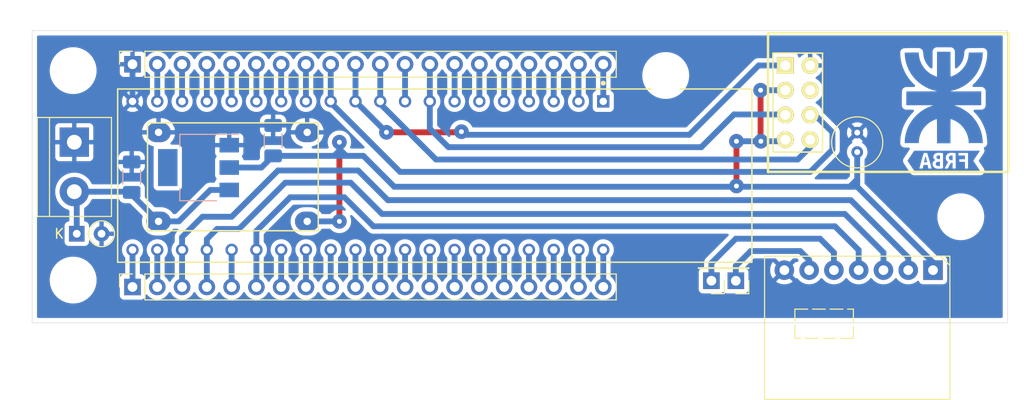
<source format=kicad_pcb>
(kicad_pcb (version 20241229) (generator "pcbnew") (generator_version "9.0")
  (layers (0 "F.Cu" signal) (2 "B.Cu" signal) (13 "F.Paste" user) (15 "B.Paste" user) (5 "F.SilkS" user "F.Silkscreen") (7 "B.SilkS" user "B.Silkscreen") (1 "F.Mask" user) (3 "B.Mask" user) (25 "Edge.Cuts" user))
  (net 0 "")
  (net 1 "/PRG_MODE")
  (net 2 "/~{INT}")
  (net 3 "/RST")
  (net 4 "/VDD")
  (net 5 "/I2C_SCL")
  (net 6 "GND")
  (net 7 "/I2C_SDA")
  (net 8 "Net-(D1-K)")
  (net 9 "Net-(U1-IRD)")
  (net 10 "Net-(U1-RD)")
  (net 11 "+3V3")
  (net 13 "/PIO0_22")
  (net 14 "/PIO0_9b")
  (net 15 "/PIO0_12")
  (net 16 "/LED_G")
  (net 17 "/PIO0_5b")
  (net 18 "/PIO0_3")
  (net 19 "/PIO0_14")
  (net 20 "/LED_B")
  (net 21 "/PIO0_0")
  (net 22 "/PIO0_7")
  (net 23 "/PIO0_2")
  (net 24 "/PIO0_4")
  (net 25 "/LED_R")
  (net 26 "/PIO0_15")
  (net 27 "/PIO0_6")
  (net 28 "/PIO0_1")
  (net 29 "/PIO0_9")
  (net 30 "/PIO0_8")
  (net 31 "/PIO0_8b")
  (net 32 "/PIO0_5")
  (net 33 "/PIO0_16")
  (net 34 "/PIO0_27")
  (net 35 "/PIO0_31")
  (net 36 "/PIO0_28")
  (net 37 "/PIO0_24")
  (net 38 "/PIO0_17")
  (net 39 "/PIO0_19")
  (net 40 "/PIO0_20")
  (net 41 "/PIO0_18")
  (net 42 "/PIO0_25")
  (net 43 "/PIO0_30")
  (net 44 "/PIO0_21")
  (net 45 "/PIO0_29")
  (footprint "MountingHole:MountingHole_4mm" (layer "F.Cu") (at 163.25 62.75)
    (property "Reference" "H3" (hide yes))
    (property "Value" "MountingHole" (hide yes))
  )
  (footprint "My_Library:Mini360_step-down" (layer "F.Cu") (at 118.872 73.154)
    (property "Reference" "U3" (hide yes))
    (property "Value" "Mini360")
  )
  (footprint "MountingHole:MountingHole_4mm" (layer "F.Cu") (at 102.5 83.75)
    (property "Reference" "H2" (hide yes))
    (property "Value" "MountingHole" (hide yes))
  )
  (footprint "MountingHole:MountingHole_4mm" (layer "F.Cu") (at 193.5 77.25)
    (property "Reference" "H4" (hide yes))
    (property "Value" "MountingHole" (hide yes))
  )
  (footprint "My_Library:MAX30102-BRK" (layer "F.Cu") (at 182.88 82.296 180)
    (property "Reference" "U1" (hide yes))
    (property "Value" "MAX30102-BRK")
  )
  (footprint "ESP8266:ESP-01" (layer "F.Cu") (at 175.514 61.722)
    (property "Reference" "U2" (hide yes))
    (property "Value" "ESP-01v090" (hide yes))
  )
  (footprint "Connector_PinHeader_2.54mm:PinHeader_1x01_P2.54mm_Vertical" (layer "F.Cu") (at 167.931411 83.815006 180)
    (property "Reference" "TP1" (hide yes))
    (property "Value" "TestPoint")
  )
  (footprint "MountingHole:MountingHole_4mm" (layer "F.Cu") (at 102.5 62.25)
    (property "Reference" "H1" (hide yes))
    (property "Value" "MountingHole" (hide yes))
  )
  (footprint "Connector_PinSocket_2.54mm:PinSocket_1x20_P2.54mm_Vertical" (layer "F.Cu") (at 108.585 61.595 90)
    (property "Reference" "J7" (hide yes))
    (property "Value" "Conn_01x20_Socket" (hide yes))
  )
  (footprint "Capacitor_THT:C_Radial_D5.0mm_H7.0mm_P2.00mm" (layer "F.Cu") (at 182.88 70.612 90)
    (property "Reference" "C3" (hide yes))
    (property "Value" "C")
  )
  (footprint "Connector_PinHeader_2.54mm:PinHeader_1x01_P2.54mm_Vertical" (layer "F.Cu") (at 170.434 83.82 180)
    (property "Reference" "TP2" (hide yes))
    (property "Value" "TestPoint" (hide yes))
  )
  (footprint "Connector_PinSocket_2.54mm:PinSocket_1x20_P2.54mm_Vertical" (layer "F.Cu") (at 108.585 84.455 90)
    (property "Reference" "J9" (hide yes))
    (property "Value" "Conn_01x20_Socket" (hide yes))
  )
  (footprint "LOGO" (layer "F.Cu") (at 191.75 65)
    (property "Reference" "G***" (hide yes))
    (property "Value" "LOGO" (hide yes))
  )
  (footprint "Diode_THT:D_DO-35_SOD27_P2.54mm_Vertical_KathodeUp" (layer "F.Cu") (at 102.87 78.994)
    (property "Reference" "D1" (hide yes))
    (property "Value" "D")
  )
  (footprint "TerminalBlock:TerminalBlock_bornier-2_P5.08mm" (layer "F.Cu") (at 102.616 69.596001 -90)
    (property "Reference" "J1" (hide yes))
    (property "Value" "VIN")
  )
  (footprint "My_Library:NXP_Semiconductors-LPC845-BRK-MFG" (layer "F.Cu") (at 139.7 73.025 -90)
    (property "Reference" "MD1" (hide yes))
    (property "Value" "LPC845-BRK")
  )
  (footprint "kibuzzard-67073386" (layer "B.Cu") (at 191.75 71.5 180)
    (property "Reference" "kibuzzard-67073386" (hide yes))
    (property "Value" "G***" (hide yes))
  )
  (footprint "Capacitor_SMD:C_1206_3216Metric_Pad1.33x1.80mm_HandSolder" (layer "B.Cu") (at 108.5 73.1875 90)
    (property "Reference" "C1" (hide yes))
    (property "Value" "C")
  )
  (footprint "Package_TO_SOT_SMD:SOT-223-3_TabPin2" (layer "B.Cu") (at 115.35 72.2 180)
    (property "Reference" "U4" (hide yes))
    (property "Value" "AMS1117-3.3")
  )
  (footprint "Capacitor_SMD:C_1206_3216Metric_Pad1.33x1.80mm_HandSolder" (layer "B.Cu") (at 123 69.4375 90)
    (property "Reference" "C2" (hide yes))
    (property "Value" "C")
  )
  (gr_rect (start 98.296 58.138) (end 198.296 88.138) (stroke (width 0.05)) (fill no) (layer "Edge.Cuts"))
  (segment (start 128.905 65.536) (end 136.013 72.644) (width 0.6) (layer "B.Cu") (net 1))
  (segment (start 128.905 61.595) (end 128.905 65.405) (width 0.6) (layer "B.Cu") (net 1))
  (segment (start 136.013 72.644) (end 178.054 72.644) (width 0.6) (layer "B.Cu") (net 1))
  (segment (start 180.34 68.58) (end 178.562 66.802) (width 0.6) (layer "B.Cu") (net 1))
  (segment (start 128.905 65.405) (end 128.905 65.536) (width 0.6) (layer "B.Cu") (net 1))
  (segment (start 178.054 72.644) (end 180.34 70.358) (width 0.6) (layer "B.Cu") (net 1))
  (segment (start 180.34 70.358) (end 180.34 68.58) (width 0.6) (layer "B.Cu") (net 1))
  (segment (start 178.562 66.802) (end 178.054 66.802) (width 0.6) (layer "B.Cu") (net 1))
  (segment (start 121.285 84.455) (end 121.285 80.645) (width 0.6) (layer "B.Cu") (net 2))
  (segment (start 121.285 80.645) (end 121.285 78.715) (width 0.6) (layer "B.Cu") (net 2))
  (segment (start 121.285 78.715) (end 124.75 75.25) (width 0.6) (layer "B.Cu") (net 2))
  (segment (start 124.75 75.25) (end 130.305 75.25) (width 0.6) (layer "B.Cu") (net 2))
  (segment (start 133.287 78.232) (end 180.594 78.232) (width 0.6) (layer "B.Cu") (net 2))
  (segment (start 180.594 78.232) (end 183.03 80.668) (width 0.6) (layer "B.Cu") (net 2))
  (segment (start 183.03 80.668) (end 183.03 82.730601) (width 0.6) (layer "B.Cu") (net 2))
  (segment (start 130.305 75.25) (end 133.287 78.232) (width 0.6) (layer "B.Cu") (net 2))
  (segment (start 170.25 66.75) (end 175.462001 66.75) (width 0.6) (layer "B.Cu") (net 3))
  (segment (start 139.065 68.199) (end 140.97 70.104) (width 0.6) (layer "B.Cu") (net 3))
  (segment (start 175.462001 66.75) (end 175.514 66.801999) (width 0.6) (layer "B.Cu") (net 3))
  (segment (start 139.065 65.405) (end 139.065 68.199) (width 0.6) (layer "B.Cu") (net 3))
  (segment (start 166.896 70.104) (end 170.25 66.75) (width 0.6) (layer "B.Cu") (net 3))
  (segment (start 139.065 61.595) (end 139.065 65.405) (width 0.6) (layer "B.Cu") (net 3))
  (segment (start 140.97 70.104) (end 166.896 70.104) (width 0.6) (layer "B.Cu") (net 3))
  (segment (start 156.845 80.645) (end 156.845 84.455) (width 0.6) (layer "B.Cu") (net 4))
  (segment (start 118.75 77.25) (end 123.5 72.5) (width 0.6) (layer "B.Cu") (net 5))
  (segment (start 123.5 72.5) (end 131.714 72.5) (width 0.6) (layer "B.Cu") (net 5))
  (segment (start 131.714 72.5) (end 134.758 75.544) (width 0.6) (layer "B.Cu") (net 5))
  (segment (start 113.665 80.645) (end 113.665 79.335) (width 0.6) (layer "B.Cu") (net 5))
  (segment (start 188.11 81.43) (end 188.11 82.7306) (width 0.6) (layer "B.Cu") (net 5))
  (segment (start 115.75 77.25) (end 118.75 77.25) (width 0.6) (layer "B.Cu") (net 5))
  (segment (start 113.665 84.454999) (end 113.664999 84.455) (width 0.6) (layer "B.Cu") (net 5))
  (segment (start 182.224 75.544) (end 188.11 81.43) (width 0.6) (layer "B.Cu") (net 5))
  (segment (start 134.758 75.544) (end 182.224 75.544) (width 0.6) (layer "B.Cu") (net 5))
  (segment (start 113.665 79.335) (end 115.75 77.25) (width 0.6) (layer "B.Cu") (net 5))
  (segment (start 113.665 80.645) (end 113.665 84.454999) (width 0.6) (layer "B.Cu") (net 5))
  (segment (start 108.585 61.595) (end 108.585 65.405) (width 0.6) (layer "B.Cu") (net 6))
  (segment (start 119.5 78.5) (end 124.25 73.75) (width 0.6) (layer "B.Cu") (net 7))
  (segment (start 116.205 80.645) (end 116.205 84.455) (width 0.6) (layer "B.Cu") (net 7))
  (segment (start 124.25 73.75) (end 130.948 73.75) (width 0.6) (layer "B.Cu") (net 7))
  (segment (start 181.61 76.962) (end 185.57 80.922) (width 0.6) (layer "B.Cu") (net 7))
  (segment (start 185.57 80.922) (end 185.57 82.7306) (width 0.6) (layer "B.Cu") (net 7))
  (segment (start 130.948 73.75) (end 134.16 76.962) (width 0.6) (layer "B.Cu") (net 7))
  (segment (start 116.205 80.645) (end 116.205 79.545) (width 0.6) (layer "B.Cu") (net 7))
  (segment (start 134.16 76.962) (end 181.61 76.962) (width 0.6) (layer "B.Cu") (net 7))
  (segment (start 117.25 78.5) (end 119.5 78.5) (width 0.6) (layer "B.Cu") (net 7))
  (segment (start 116.205 79.545) (end 117.25 78.5) (width 0.6) (layer "B.Cu") (net 7))
  (segment (start 111.252 77.724) (end 110.744 77.216) (width 0.6) (layer "B.Cu") (net 8))
  (segment (start 111.252 77.724) (end 108.204 74.676) (width 0.6) (layer "B.Cu") (net 8))
  (segment (start 113.3325 77.724) (end 111.252 77.724) (width 0.6) (layer "B.Cu") (net 8))
  (segment (start 118.5 74.5) (end 116.5565 74.5) (width 0.6) (layer "B.Cu") (net 8))
  (segment (start 102.87 74.93) (end 102.616 74.676) (width 0.6) (layer "B.Cu") (net 8))
  (segment (start 108.204 74.676) (end 102.616 74.676) (width 0.6) (layer "B.Cu") (net 8))
  (segment (start 116.5565 74.5) (end 113.3325 77.724) (width 0.6) (layer "B.Cu") (net 8))
  (segment (start 102.87 78.994) (end 102.87 74.93) (width 0.6) (layer "B.Cu") (net 8))
  (segment (start 180.49 80.922) (end 180.49 82.7306) (width 0.6) (layer "B.Cu") (net 9))
  (segment (start 167.931411 83.815006) (end 167.931411 82.004589) (width 0.6) (layer "B.Cu") (net 9))
  (segment (start 170.434 79.502) (end 179.07 79.502) (width 0.6) (layer "B.Cu") (net 9))
  (segment (start 167.931411 82.004589) (end 170.434 79.502) (width 0.6) (layer "B.Cu") (net 9))
  (segment (start 179.07 79.502) (end 180.49 80.922) (width 0.6) (layer "B.Cu") (net 9))
  (segment (start 177.038 80.772) (end 171.958 80.772) (width 0.6) (layer "B.Cu") (net 10))
  (segment (start 170.434 82.296) (end 170.434 83.82) (width 0.6) (layer "B.Cu") (net 10))
  (segment (start 177.95 82.7306) (end 177.95 81.684) (width 0.6) (layer "B.Cu") (net 10))
  (segment (start 171.958 80.772) (end 170.434 82.296) (width 0.6) (layer "B.Cu") (net 10))
  (segment (start 177.95 81.684) (end 177.038 80.772) (width 0.6) (layer "B.Cu") (net 10))
  (segment (start 170.5 69.5) (end 170.5 74.094) (width 0.6) (layer "F.Cu") (net 11))
  (segment (start 129.794 77.724) (end 129.794 69.596) (width 0.6) (layer "F.Cu") (net 11))
  (segment (start 172.974 64.262) (end 172.974 69.474) (width 0.6) (layer "F.Cu") (net 11))
  (segment (start 172.974 69.474) (end 173 69.5) (width 0.6) (layer "F.Cu") (net 11))
  (via (at 129.794 77.724) (size 1.5) (drill 0.5) (layers "F.Cu" "B.Cu") (net 11))
  (via (at 129.794 69.596) (size 1.5) (drill 0.5) (layers "F.Cu" "B.Cu") (net 11))
  (via (at 172.974 64.262) (size 1.5) (drill 0.5) (layers "F.Cu" "B.Cu") (net 11))
  (via (at 170.5 69.5) (size 1.5) (drill 0.5) (layers "F.Cu" "B.Cu") (net 11))
  (via (at 173 69.5) (size 1.5) (drill 0.5) (layers "F.Cu" "B.Cu") (net 11))
  (via (at 170.5 74.094) (size 1.5) (drill 0.5) (layers "F.Cu" "B.Cu") (net 11))
  (segment (start 182.88 74.168) (end 190.65 81.938) (width 0.6) (layer "B.Cu") (net 11))
  (segment (start 173 69.5) (end 175.356 69.5) (width 0.6) (layer "B.Cu") (net 11))
  (segment (start 170.5 69.5) (end 173 69.5) (width 0.6) (layer "B.Cu") (net 11))
  (segment (start 182.88 73.406) (end 182.88 74.168) (width 0.6) (layer "B.Cu") (net 11))
  (segment (start 126.492 77.724) (end 129.794 77.724) (width 0.6) (layer "B.Cu") (net 11))
  (segment (start 182.88 70.612) (end 182.88 73.406) (width 0.6) (layer "B.Cu") (net 11))
  (segment (start 190.65 81.938) (end 190.65 82.7306) (width 0.6) (layer "B.Cu") (net 11))
  (segment (start 129.794 69.596) (end 129.794 70.456) (width 0.6) (layer "B.Cu") (net 11))
  (segment (start 129.794 69.596) (end 129.794 70.294) (width 0.6) (layer "B.Cu") (net 11))
  (segment (start 182.118 74.168) (end 182.88 74.168) (width 0.6) (layer "B.Cu") (net 11))
  (segment (start 175.514 64.262) (end 172.974 64.262) (width 0.6) (layer "B.Cu") (net 11))
  (segment (start 129.794 70.456) (end 129.25 71) (width 0.6) (layer "B.Cu") (net 11))
  (segment (start 135.418 74.168) (end 132.25 71) (width 0.6) (layer "B.Cu") (net 11))
  (segment (start 129.25 71) (end 123 71) (width 0.6) (layer "B.Cu") (net 11))
  (segment (start 130.5 71) (end 130.25 71) (width 0.6) (layer "B.Cu") (net 11))
  (segment (start 121.8 72.2) (end 123 71) (width 0.6) (layer "B.Cu") (net 11))
  (segment (start 182.118 74.168) (end 135.418 74.168) (width 0.6) (layer "B.Cu") (net 11))
  (segment (start 182.118 74.168) (end 182.88 73.406) (width 0.6) (layer "B.Cu") (net 11))
  (segment (start 129.794 70.294) (end 130.5 71) (width 0.6) (layer "B.Cu") (net 11))
  (segment (start 132.25 71) (end 130.5 71) (width 0.6) (layer "B.Cu") (net 11))
  (segment (start 118.499999 72.2) (end 121.8 72.2) (width 0.6) (layer "B.Cu") (net 11))
  (segment (start 175.356 69.5) (end 175.514 69.342) (width 0.6) (layer "B.Cu") (net 11))
  (segment (start 130.25 71) (end 129.25 71) (width 0.6) (layer "B.Cu") (net 11))
  (segment (start 141.605 61.595) (end 141.605 65.405) (width 0.6) (layer "B.Cu") (net 13))
  (segment (start 111.125 80.645) (end 111.125 84.455) (width 0.6) (layer "B.Cu") (net 14))
  (segment (start 118.745 80.645) (end 118.745 84.455) (width 0.6) (layer "B.Cu") (net 15))
  (segment (start 133.985 80.645) (end 133.985 84.455) (width 0.6) (layer "B.Cu") (net 16))
  (segment (start 141.605 84.454999) (end 141.605001 84.455) (width 0.6) (layer "B.Cu") (net 17))
  (segment (start 141.605 80.645) (end 141.605 84.454999) (width 0.6) (layer "B.Cu") (net 17))
  (segment (start 146.685 80.645) (end 146.685 84.455) (width 0.6) (layer "B.Cu") (net 18))
  (segment (start 123.825 80.645) (end 123.825 84.455) (width 0.6) (layer "B.Cu") (net 19))
  (segment (start 131.445 80.645) (end 131.445 84.455) (width 0.6) (layer "B.Cu") (net 20))
  (segment (start 154.305 80.645) (end 154.305 84.455) (width 0.6) (layer "B.Cu") (net 21))
  (segment (start 136.525 80.645) (end 136.525 84.455) (width 0.6) (layer "B.Cu") (net 22))
  (segment (start 149.225 80.645) (end 149.225 84.455) (width 0.6) (layer "B.Cu") (net 23))
  (segment (start 144.145 80.645) (end 144.145 84.455) (width 0.6) (layer "B.Cu") (net 24))
  (segment (start 128.905 80.645) (end 128.905 84.454999) (width 0.6) (layer "B.Cu") (net 25))
  (segment (start 128.905 84.454999) (end 128.904999 84.455) (width 0.6) (layer "B.Cu") (net 25))
  (segment (start 126.365 80.645) (end 126.365 84.455) (width 0.6) (layer "B.Cu") (net 26))
  (segment (start 139.065 80.645) (end 139.065 84.455) (width 0.6) (layer "B.Cu") (net 27))
  (segment (start 151.765 84.454999) (end 151.764999 84.455) (width 0.6) (layer "B.Cu") (net 28))
  (segment (start 151.765 80.645) (end 151.765 84.454999) (width 0.6) (layer "B.Cu") (net 28))
  (segment (start 113.664999 65.404999) (end 113.665 65.405) (width 0.6) (layer "B.Cu") (net 29))
  (segment (start 113.664999 61.595) (end 113.664999 65.404999) (width 0.6) (layer "B.Cu") (net 29))
  (segment (start 111.125 61.595) (end 111.125 65.405) (width 0.6) (layer "B.Cu") (net 30))
  (segment (start 108.585 80.645) (end 108.585 84.455) (width 0.6) (layer "B.Cu") (net 31))
  (segment (start 136.524999 65.404999) (end 136.525 65.405) (width 0.6) (layer "B.Cu") (net 32))
  (segment (start 136.524999 61.595) (end 136.524999 65.404999) (width 0.6) (layer "B.Cu") (net 32))
  (segment (start 156.845 61.595) (end 156.845 65.405) (width 0.6) (layer "B.Cu") (net 33))
  (segment (start 126.365001 61.595) (end 126.365001 65.404999) (width 0.6) (layer "B.Cu") (net 34))
  (segment (start 126.365001 65.404999) (end 126.365 65.405) (width 0.6) (layer "B.Cu") (net 34))
  (segment (start 116.205 61.595) (end 116.205 65.405) (width 0.6) (layer "B.Cu") (net 35))
  (segment (start 123.825 61.595) (end 123.825 65.405) (width 0.6) (layer "B.Cu") (net 36))
  (segment (start 178.054 70.104) (end 176.784 71.374) (width 0.6) (layer "B.Cu") (net 37))
  (segment (start 133.985 65.659) (end 133.985 65.405) (width 0.6) (layer "B.Cu") (net 37))
  (segment (start 176.784 71.374) (end 139.7 71.374) (width 0.6) (layer "B.Cu") (net 37))
  (segment (start 178.054 69.342) (end 178.054 70.104) (width 0.6) (layer "B.Cu") (net 37))
  (segment (start 133.985 61.595) (end 133.985 65.405) (width 0.6) (layer "B.Cu") (net 37))
  (segment (start 139.7 71.374) (end 133.985 65.659) (width 0.6) (layer "B.Cu") (net 37))
  (segment (start 154.305 65.405) (end 154.305 61.595) (width 0.6) (layer "B.Cu") (net 38))
  (segment (start 149.225001 61.595) (end 149.225001 65.404999) (width 0.6) (layer "B.Cu") (net 39))
  (segment (start 149.225001 65.404999) (end 149.225 65.405) (width 0.6) (layer "B.Cu") (net 39))
  (segment (start 146.685 65.405) (end 146.685 61.595001) (width 0.6) (layer "B.Cu") (net 40))
  (segment (start 146.685 61.595001) (end 146.684999 61.595) (width 0.6) (layer "B.Cu") (net 40))
  (segment (start 151.765 61.595) (end 151.765 65.405) (width 0.6) (layer "B.Cu") (net 41))
  (segment (start 134.62 68.58) (end 142.24 68.58) (width 0.6) (layer "F.Cu") (net 42))
  (segment (start 142.24 68.58) (end 142.3035 68.5165) (width 0.6) (layer "F.Cu") (net 42))
  (via (at 134.62 68.58) (size 1.5) (drill 0.5) (layers "F.Cu" "B.Cu") (net 42))
  (via (at 142.3035 68.5165) (size 1.5) (drill 0.5) (layers "F.Cu" "B.Cu") (net 42))
  (segment (start 142.3035 68.5165) (end 142.621 68.834) (width 0.6) (layer "B.Cu") (net 42))
  (segment (start 172.778 61.722) (end 175.514 61.722) (width 0.6) (layer "B.Cu") (net 42))
  (segment (start 131.445 61.595) (end 131.445 65.405) (width 0.6) (layer "B.Cu") (net 42))
  (segment (start 134.62 68.58) (end 131.445 65.405) (width 0.6) (layer "B.Cu") (net 42))
  (segment (start 165.666 68.834) (end 172.778 61.722) (width 0.6) (layer "B.Cu") (net 42))
  (segment (start 142.621 68.834) (end 165.666 68.834) (width 0.6) (layer "B.Cu") (net 42))
  (segment (start 118.745 61.595) (end 118.745 65.405) (width 0.6) (layer "B.Cu") (net 43))
  (segment (start 144.145 61.595) (end 144.145 65.405) (width 0.6) (layer "B.Cu") (net 44))
  (segment (start 121.285 61.595) (end 121.285 65.405) (width 0.6) (layer "B.Cu") (net 45))
  (zone (net 6) (net_name "GND") (layer "B.Cu") (connect_pads (clearance 0.45)) (min_thickness 0.25) (fill yes (thermal_gap 0.45) (thermal_bridge_width 0.45))
    (polygon (pts (xy 95 55) (xy 200 55) (xy 200 90) (xy 95 90)))
  )
)
</source>
